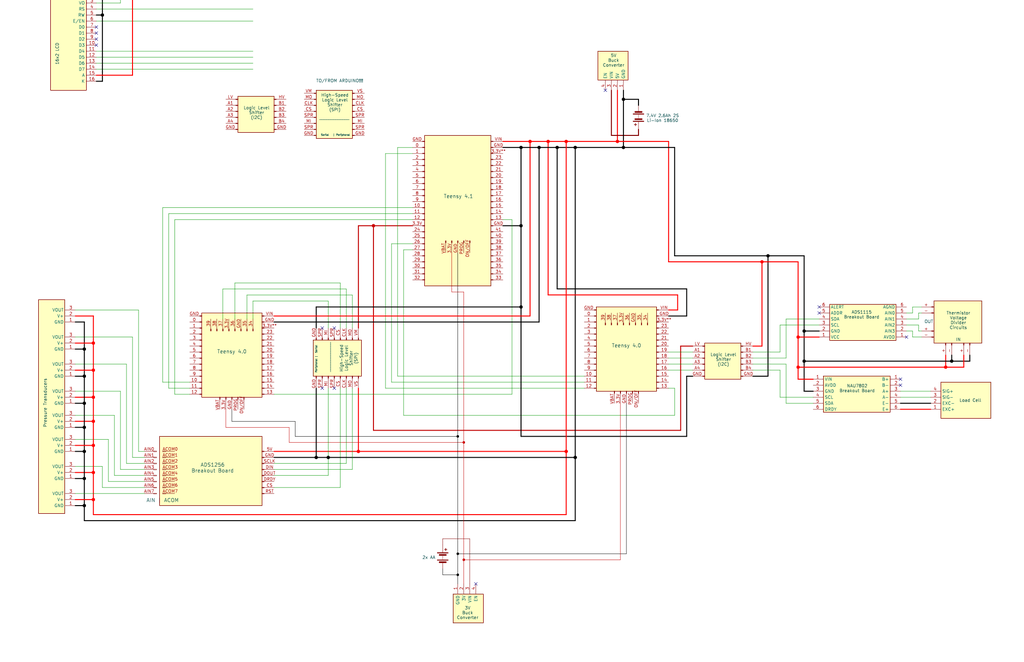
<source format=kicad_sch>
(kicad_sch (version 20231120) (generator "eeschema") (generator_version "8.0")
  (paper "USLedger")
  (junction (at 219.71 95.25) (diameter 1.27) (color 0 0 0 1))
  (junction (at 35.56 201.93) (diameter 1.27) (color 0 0 0 1))
  (junction (at 401.32 152.4) (diameter 1.27) (color 0 0 0 1))
  (junction (at 35.56 190.5) (diameter 1.27) (color 0 0 0 1))
  (junction (at 339.09 139.7) (diameter 1.27) (color 0 0 0 1))
  (junction (at 39.37 187.96) (diameter 1.27) (color 255 0 0 1))
  (junction (at 242.57 193.04) (diameter 1.27) (color 0 0 0 1))
  (junction (at 35.56 213.36) (diameter 1.27) (color 0 0 0 1))
  (junction (at 35.56 158.75) (diameter 1.27) (color 0 0 0 1))
  (junction (at 398.78 154.94) (diameter 1.27) (color 255 0 0 1))
  (junction (at 238.76 190.5) (diameter 1.27) (color 255 0 0 1))
  (junction (at 43.18 -6.35) (diameter 1.27) (color 0 0 0 1))
  (junction (at 157.48 95.25) (diameter 1.27) (color 194 0 0 1))
  (junction (at 260.35 59.69) (diameter 1.27) (color 255 0 0 1))
  (junction (at 43.18 -3.81) (diameter 1.27) (color 0 0 0 1))
  (junction (at 39.37 156.21) (diameter 1.27) (color 255 0 0 1))
  (junction (at 35.56 180.34) (diameter 1.27) (color 0 0 0 1))
  (junction (at 238.76 59.69) (diameter 1.27) (color 255 0 0 1))
  (junction (at 223.52 59.69) (diameter 1.27) (color 255 0 0 1))
  (junction (at 39.37 199.39) (diameter 1.27) (color 255 0 0 1))
  (junction (at 55.88 -1.27) (diameter 1.27) (color 255 0 0 1))
  (junction (at 133.35 193.04) (diameter 1.27) (color 0 0 0 1))
  (junction (at 39.37 210.82) (diameter 1.27) (color 255 0 0 1))
  (junction (at 242.57 62.23) (diameter 1.27) (color 0 0 0 1))
  (junction (at 336.55 154.94) (diameter 1.27) (color 255 0 0 1))
  (junction (at 336.55 142.24) (diameter 1.27) (color 255 0 0 1))
  (junction (at 193.04 242.57) (color 0 0 0 1))
  (junction (at 193.04 233.68) (color 0 0 0 1))
  (junction (at 43.18 6.35) (diameter 1.27) (color 0 0 0 1))
  (junction (at 323.85 107.95) (diameter 1.27) (color 0 0 0 1))
  (junction (at 55.88 -6.35) (diameter 1.27) (color 255 0 0 1))
  (junction (at 219.71 62.23) (diameter 1.27) (color 0 0 0 1))
  (junction (at 195.58 236.22) (color 194 0 0 1))
  (junction (at 339.09 152.4) (diameter 1.27) (color 0 0 0 1))
  (junction (at 138.43 193.04) (diameter 1.27) (color 0 0 0 1))
  (junction (at 227.33 62.23) (diameter 1.27) (color 0 0 0 1))
  (junction (at 231.14 59.69) (diameter 1.27) (color 255 0 0 1))
  (junction (at 321.31 110.49) (diameter 1.27) (color 255 0 0 1))
  (junction (at 39.37 177.8) (diameter 1.27) (color 255 0 0 1))
  (junction (at 39.37 144.78) (diameter 1.27) (color 255 0 0 1))
  (junction (at 151.13 190.5) (diameter 1.27) (color 255 0 0 1))
  (junction (at 262.89 62.23) (diameter 1.27) (color 0 0 0 1))
  (junction (at 35.56 170.18) (diameter 1.27) (color 0 0 0 1))
  (junction (at 219.71 129.54) (diameter 1.27) (color 0 0 0 1))
  (junction (at 35.56 147.32) (diameter 1.27) (color 0 0 0 1))
  (junction (at 195.58 186.69) (color 194 0 0 1))
  (junction (at 39.37 167.64) (diameter 1.27) (color 255 0 0 1))
  (junction (at 262.89 41.91) (diameter 1.27) (color 0 0 0 1))
  (junction (at 193.04 184.15) (color 0 0 0 1))
  (junction (at 234.95 62.23) (diameter 1.27) (color 0 0 0 1))
  (no_connect (at 382.27 142.24))
  (no_connect (at 345.44 129.54))
  (no_connect (at 40.64 19.05))
  (no_connect (at 345.44 132.08))
  (no_connect (at 135.89 138.43))
  (no_connect (at 40.64 13.97))
  (no_connect (at 140.97 138.43))
  (no_connect (at 379.73 162.56))
  (no_connect (at 140.97 163.83))
  (no_connect (at 379.73 160.02))
  (no_connect (at 200.66 246.38))
  (no_connect (at 40.64 11.43))
  (no_connect (at 40.64 16.51))
  (no_connect (at 255.27 38.1))
  (no_connect (at 135.89 163.83))
  (wire (pts (xy 223.52 59.69) (xy 231.14 59.69)) (stroke (width 0.4064) (color 255 0 0 1)))
  (wire (pts (xy 281.94 110.49) (xy 321.31 110.49)) (stroke (width 0.4064) (color 255 0 0 1)))
  (wire (pts (xy 186.69 227.33) (xy 186.69 229.87)) (stroke (width 0) (color 132 0 0 1)))
  (wire (pts (xy 328.93 137.16) (xy 328.93 148.59)))
  (wire (pts (xy 133.35 129.54) (xy 133.35 138.43)) (stroke (width 0.4064) (color 0 0 0 1)))
  (wire (pts (xy 387.35 137.16) (xy 382.27 137.16)))
  (wire (pts (xy 317.5 151.13) (xy 331.47 151.13)))
  (wire (pts (xy 133.35 163.83) (xy 133.35 193.04)) (stroke (width 0.4064) (color 0 0 0 1)))
  (wire (pts (xy 215.9 166.37) (xy 215.9 92.71)))
  (wire (pts (xy 99.06 119.38) (xy 99.06 134.62)))
  (wire (pts (xy 227.33 62.23) (xy 234.95 62.23)) (stroke (width 0.4064) (color 0 0 0 1)))
  (wire (pts (xy 31.75 158.75) (xy 35.56 158.75)) (stroke (width 0.4064) (color 0 0 0 1)))
  (wire (pts (xy 50.8 165.1) (xy 50.8 198.12)))
  (wire (pts (xy 336.55 160.02) (xy 342.9 160.02)) (stroke (width 0.4064) (color 255 0 0 1)))
  (wire (pts (xy 31.75 187.96) (xy 39.37 187.96)) (stroke (width 0.4064) (color 255 0 0 1)))
  (wire (pts (xy 31.75 185.42) (xy 45.72 185.42)))
  (wire (pts (xy 388.62 129.54) (xy 384.81 129.54)))
  (wire (pts (xy 339.09 165.1) (xy 342.9 165.1)) (stroke (width 0.4064) (color 0 0 0 1)))
  (wire (pts (xy 138.43 138.43) (xy 138.43 127)))
  (wire (pts (xy 231.14 59.69) (xy 231.14 124.46)) (stroke (width 0.4064) (color 255 0 0 1)))
  (wire (pts (xy 379.73 167.64) (xy 392.43 167.64)))
  (wire (pts (xy 339.09 139.7) (xy 339.09 152.4)) (stroke (width 0.4064) (color 0 0 0 1)))
  (wire (pts (xy 234.95 62.23) (xy 242.57 62.23)) (stroke (width 0.4064) (color 0 0 0 1)))
  (wire (pts (xy 323.85 107.95) (xy 339.09 107.95)) (stroke (width 0.4064) (color 0 0 0 1)))
  (wire (pts (xy 195.58 123.19) (xy 190.5 123.19)) (stroke (width 0) (color 194 0 0 1)))
  (wire (pts (xy 281.94 59.69) (xy 281.94 110.49)) (stroke (width 0.4064) (color 255 0 0 1)))
  (wire (pts (xy 231.14 59.69) (xy 238.76 59.69)) (stroke (width 0.4064) (color 255 0 0 1)))
  (wire (pts (xy 262.89 41.91) (xy 262.89 62.23)) (stroke (width 0.4064) (color 0 0 0 1)))
  (wire (pts (xy 68.58 87.63) (xy 173.99 87.63)))
  (wire (pts (xy 115.57 200.66) (xy 138.43 200.66)))
  (wire (pts (xy 35.56 213.36) (xy 35.56 201.93)) (stroke (width 0.4064) (color 0 0 0 1)))
  (wire (pts (xy 212.09 59.69) (xy 223.52 59.69)) (stroke (width 0.4064) (color 255 0 0 1)))
  (wire (pts (xy 40.64 -1.27) (xy 55.88 -1.27)) (stroke (width 0.4064) (color 255 0 0 1)))
  (wire (pts (xy 124.46 184.15) (xy 124.46 177.8)) (stroke (width 0) (color 0 0 0 1)))
  (wire (pts (xy 31.75 167.64) (xy 39.37 167.64)) (stroke (width 0.4064) (color 255 0 0 1)))
  (wire (pts (xy 198.12 227.33) (xy 198.12 246.38)) (stroke (width 0) (color 132 0 0 1)))
  (wire (pts (xy 379.73 165.1) (xy 392.43 165.1)))
  (wire (pts (xy 148.59 198.12) (xy 148.59 163.83)))
  (wire (pts (xy 115.57 195.58) (xy 146.05 195.58)))
  (wire (pts (xy 39.37 133.35) (xy 31.75 133.35)) (stroke (width 0.4064) (color 255 0 0 1)))
  (wire (pts (xy 35.56 180.34) (xy 35.56 170.18)) (stroke (width 0.4064) (color 0 0 0 1)))
  (wire (pts (xy 242.57 62.23) (xy 262.89 62.23)) (stroke (width 0.4064) (color 0 0 0 1)))
  (wire (pts (xy 31.75 210.82) (xy 39.37 210.82)) (stroke (width 0.4064) (color 255 0 0 1)))
  (wire (pts (xy 323.85 158.75) (xy 317.5 158.75)) (stroke (width 0.4064) (color 0 0 0 1)))
  (wire (pts (xy 31.75 175.26) (xy 48.26 175.26)))
  (wire (pts (xy 328.93 167.64) (xy 328.93 156.21)))
  (wire (pts (xy 195.58 236.22) (xy 195.58 186.69)) (stroke (width 0) (color 194 0 0 1)))
  (wire (pts (xy 242.57 62.23) (xy 242.57 193.04)) (stroke (width 0.4064) (color 0 0 0 1)))
  (wire (pts (xy 246.38 163.83) (xy 162.56 163.83)))
  (wire (pts (xy 289.56 158.75) (xy 292.1 158.75)) (stroke (width 0.4064) (color 0 0 0 1)))
  (wire (pts (xy 31.75 165.1) (xy 50.8 165.1)))
  (wire (pts (xy 345.44 137.16) (xy 328.93 137.16)))
  (wire (pts (xy 219.71 129.54) (xy 219.71 184.15)) (stroke (width 0.4064) (color 0 0 0 1)))
  (wire (pts (xy 242.57 193.04) (xy 242.57 219.71)) (stroke (width 0.4064) (color 0 0 0 1)))
  (wire (pts (xy 40.64 8.89) (xy 106.68 8.89)))
  (wire (pts (xy 157.48 95.25) (xy 157.48 181.61)) (stroke (width 0.4064) (color 194 0 0 1)))
  (wire (pts (xy 35.56 190.5) (xy 35.56 180.34)) (stroke (width 0.4064) (color 0 0 0 1)))
  (wire (pts (xy 31.75 190.5) (xy 35.56 190.5)) (stroke (width 0.4064) (color 0 0 0 1)))
  (wire (pts (xy 193.04 242.57) (xy 186.69 242.57)) (stroke (width 0) (color 0 0 0 1)))
  (wire (pts (xy 40.64 1.27) (xy 50.8 1.27)))
  (wire (pts (xy 336.55 154.94) (xy 398.78 154.94)) (stroke (width 0.4064) (color 255 0 0 1)))
  (wire (pts (xy 388.62 142.24) (xy 384.81 142.24)))
  (wire (pts (xy 336.55 142.24) (xy 345.44 142.24)) (stroke (width 0.4064) (color 255 0 0 1)))
  (wire (pts (xy 170.18 175.26) (xy 170.18 105.41)))
  (wire (pts (xy 339.09 107.95) (xy 339.09 139.7)) (stroke (width 0.4064) (color 0 0 0 1)))
  (wire (pts (xy 287.02 181.61) (xy 287.02 146.05)) (stroke (width 0.4064) (color 194 0 0 1)))
  (wire (pts (xy 257.81 57.15) (xy 257.81 38.1)) (stroke (width 0.4064) (color 132 0 0 1)))
  (wire (pts (xy 193.04 184.15) (xy 124.46 184.15)) (stroke (width 0) (color 0 0 0 1)))
  (wire (pts (xy 193.04 246.38) (xy 193.04 242.57)) (stroke (width 0) (color 0 0 0 1)))
  (wire (pts (xy 35.56 135.89) (xy 31.75 135.89)) (stroke (width 0.4064) (color 0 0 0 1)))
  (wire (pts (xy 269.24 41.91) (xy 269.24 44.45)) (stroke (width 0.4064) (color 0 0 0 1)))
  (wire (pts (xy 39.37 199.39) (xy 39.37 187.96)) (stroke (width 0.4064) (color 255 0 0 1)))
  (wire (pts (xy 195.58 186.69) (xy 121.92 186.69)) (stroke (width 0) (color 194 0 0 1)))
  (wire (pts (xy 39.37 167.64) (xy 39.37 156.21)) (stroke (width 0.4064) (color 255 0 0 1)))
  (wire (pts (xy 40.64 24.13) (xy 106.68 24.13)))
  (wire (pts (xy 384.81 132.08) (xy 382.27 132.08)))
  (wire (pts (xy 99.06 119.38) (xy 143.51 119.38)))
  (wire (pts (xy 40.64 26.67) (xy 106.68 26.67)))
  (wire (pts (xy 284.48 62.23) (xy 284.48 107.95)) (stroke (width 0.4064) (color 0 0 0 1)))
  (wire (pts (xy 55.88 31.75) (xy 55.88 -1.27)) (stroke (width 0.4064) (color 255 0 0 1)))
  (wire (pts (xy 289.56 184.15) (xy 289.56 158.75)) (stroke (width 0.4064) (color 0 0 0 1)))
  (wire (pts (xy 281.94 151.13) (xy 292.1 151.13)))
  (wire (pts (xy 97.79 177.8) (xy 97.79 172.72)) (stroke (width 0) (color 0 0 0 1)))
  (wire (pts (xy 165.1 161.29) (xy 165.1 102.87)))
  (wire (pts (xy 55.88 193.04) (xy 60.96 193.04)))
  (wire (pts (xy 31.75 147.32) (xy 35.56 147.32)) (stroke (width 0.4064) (color 0 0 0 1)))
  (wire (pts (xy 219.71 62.23) (xy 227.33 62.23)) (stroke (width 0.4064) (color 0 0 0 1)))
  (wire (pts (xy 284.48 62.23) (xy 262.89 62.23)) (stroke (width 0.4064) (color 0 0 0 1)))
  (wire (pts (xy 71.12 163.83) (xy 71.12 90.17)))
  (wire (pts (xy 186.69 242.57) (xy 186.69 240.03)) (stroke (width 0) (color 0 0 0 1)))
  (wire (pts (xy 148.59 124.46) (xy 148.59 138.43)))
  (wire (pts (xy 40.64 29.21) (xy 106.68 29.21)))
  (wire (pts (xy 121.92 186.69) (xy 121.92 180.34)) (stroke (width 0) (color 194 0 0 1)))
  (wire (pts (xy 35.56 219.71) (xy 35.56 213.36)) (stroke (width 0.4064) (color 0 0 0 1)))
  (wire (pts (xy 281.94 163.83) (xy 284.48 163.83)))
  (wire (pts (xy 39.37 156.21) (xy 39.37 144.78)) (stroke (width 0.4064) (color 255 0 0 1)))
  (wire (pts (xy 285.75 130.81) (xy 281.94 130.81)) (stroke (width 0.4064) (color 255 0 0 1)))
  (wire (pts (xy 31.75 153.67) (xy 53.34 153.67)))
  (wire (pts (xy 31.75 170.18) (xy 35.56 170.18)) (stroke (width 0.4064) (color 0 0 0 1)))
  (wire (pts (xy 80.01 161.29) (xy 68.58 161.29)))
  (wire (pts (xy 95.25 180.34) (xy 95.25 172.72)) (stroke (width 0) (color 194 0 0 1)))
  (wire (pts (xy 43.18 34.29) (xy 43.18 6.35)) (stroke (width 0.4064) (color 0 0 0 1)))
  (wire (pts (xy 398.78 154.94) (xy 406.4 154.94)) (stroke (width 0.4064) (color 255 0 0 1)))
  (wire (pts (xy 55.88 142.24) (xy 55.88 193.04)))
  (wire (pts (xy 246.38 161.29) (xy 165.1 161.29)))
  (wire (pts (xy 162.56 64.77) (xy 173.99 64.77)))
  (wire (pts (xy 151.13 190.5) (xy 115.57 190.5)) (stroke (width 0.4064) (color 255 0 0 1)))
  (wire (pts (xy 170.18 105.41) (xy 173.99 105.41)))
  (wire (pts (xy 262.89 41.91) (xy 269.24 41.91)) (stroke (width 0.4064) (color 0 0 0 1)))
  (wire (pts (xy 43.18 6.35) (xy 43.18 -3.81)) (stroke (width 0.4064) (color 0 0 0 1)))
  (wire (pts (xy 55.88 -45.72) (xy 55.88 -6.35)) (stroke (width 0.4064) (color 255 0 0 1)))
  (wire (pts (xy 321.31 146.05) (xy 317.5 146.05)) (stroke (width 0.4064) (color 255 0 0 1)))
  (wire (pts (xy 43.18 205.74) (xy 60.96 205.74)))
  (wire (pts (xy 151.13 95.25) (xy 157.48 95.25)) (stroke (width 0.4064) (color 194 0 0 1)))
  (wire (pts (xy 53.34 195.58) (xy 60.96 195.58)))
  (wire (pts (xy 40.64 21.59) (xy 106.68 21.59)))
  (wire (pts (xy 40.64 -3.81) (xy 43.18 -3.81)) (stroke (width 0.4064) (color 0 0 0 1)))
  (wire (pts (xy 80.01 166.37) (xy 73.66 166.37)))
  (wire (pts (xy 342.9 167.64) (xy 328.93 167.64)))
  (wire (pts (xy 138.43 193.04) (xy 242.57 193.04)) (stroke (width 0.4064) (color 0 0 0 1)))
  (wire (pts (xy 121.92 180.34) (xy 95.25 180.34)) (stroke (width 0) (color 194 0 0 1)))
  (wire (pts (xy 68.58 161.29) (xy 68.58 87.63)))
  (wire (pts (xy 31.75 201.93) (xy 35.56 201.93)) (stroke (width 0.4064) (color 0 0 0 1)))
  (wire (pts (xy 398.78 149.86) (xy 398.78 154.94)) (stroke (width 0.4064) (color 255 0 0 1)))
  (wire (pts (xy 336.55 154.94) (xy 336.55 160.02)) (stroke (width 0.4064) (color 255 0 0 1)))
  (wire (pts (xy 193.04 242.57) (xy 193.04 233.68)) (stroke (width 0) (color 0 0 0 1)))
  (wire (pts (xy 234.95 62.23) (xy 234.95 121.92)) (stroke (width 0.4064) (color 0 0 0 1)))
  (wire (pts (xy 246.38 158.75) (xy 167.64 158.75)))
  (wire (pts (xy 31.75 196.85) (xy 43.18 196.85)))
  (wire (pts (xy 40.64 3.81) (xy 106.68 3.81)))
  (wire (pts (xy 43.18 -48.26) (xy 43.18 -6.35)) (stroke (width 0.4064) (color 0 0 0 1)))
  (wire (pts (xy 39.37 217.17) (xy 39.37 210.82)) (stroke (width 0.4064) (color 255 0 0 1)))
  (wire (pts (xy 31.75 180.34) (xy 35.56 180.34)) (stroke (width 0.4064) (color 0 0 0 1)))
  (wire (pts (xy 379.73 170.18) (xy 392.43 170.18)) (stroke (width 0.4064) (color 0 0 0 1)))
  (wire (pts (xy 219.71 62.23) (xy 219.71 95.25)) (stroke (width 0.4064) (color 0 0 0 1)))
  (wire (pts (xy 43.18 -3.81) (xy 43.18 -6.35)) (stroke (width 0.4064) (color 0 0 0 1)))
  (wire (pts (xy 43.18 34.29) (xy 40.64 34.29)) (stroke (width 0.4064) (color 0 0 0 1)))
  (wire (pts (xy 238.76 190.5) (xy 238.76 217.17)) (stroke (width 0.4064) (color 255 0 0 1)))
  (wire (pts (xy 31.75 156.21) (xy 39.37 156.21)) (stroke (width 0.4064) (color 255 0 0 1)))
  (wire (pts (xy 162.56 163.83) (xy 162.56 64.77)))
  (wire (pts (xy 219.71 95.25) (xy 219.71 129.54)) (stroke (width 0.4064) (color 0 0 0 1)))
  (wire (pts (xy 317.5 148.59) (xy 328.93 148.59)))
  (wire (pts (xy 384.81 139.7) (xy 382.27 139.7)))
  (wire (pts (xy 165.1 102.87) (xy 173.99 102.87)))
  (wire (pts (xy 93.98 121.92) (xy 93.98 134.62)))
  (wire (pts (xy 39.37 210.82) (xy 39.37 199.39)) (stroke (width 0.4064) (color 255 0 0 1)))
  (wire (pts (xy 115.57 193.04) (xy 133.35 193.04)) (stroke (width 0.4064) (color 0 0 0 1)))
  (wire (pts (xy 269.24 57.15) (xy 269.24 54.61)) (stroke (width 0.4064) (color 132 0 0 1)))
  (wire (pts (xy 323.85 107.95) (xy 323.85 158.75)) (stroke (width 0.4064) (color 0 0 0 1)))
  (wire (pts (xy 238.76 217.17) (xy 39.37 217.17)) (stroke (width 0.4064) (color 255 0 0 1)))
  (wire (pts (xy 151.13 95.25) (xy 151.13 138.43)) (stroke (width 0.4064) (color 194 0 0 1)))
  (wire (pts (xy 55.88 -1.27) (xy 55.88 -6.35)) (stroke (width 0.4064) (color 255 0 0 1)))
  (wire (pts (xy 289.56 121.92) (xy 289.56 133.35)) (stroke (width 0.4064) (color 0 0 0 1)))
  (wire (pts (xy 115.57 198.12) (xy 148.59 198.12)))
  (wire (pts (xy 167.64 62.23) (xy 173.99 62.23)))
  (wire (pts (xy 285.75 124.46) (xy 285.75 130.81)) (stroke (width 0.4064) (color 255 0 0 1)))
  (wire (pts (xy 195.58 186.69) (xy 195.58 123.19)) (stroke (width 0) (color 194 0 0 1)))
  (wire (pts (xy 71.12 90.17) (xy 173.99 90.17)))
  (wire (pts (xy 167.64 158.75) (xy 167.64 62.23)))
  (wire (pts (xy 143.51 119.38) (xy 143.51 138.43)))
  (wire (pts (xy 31.75 177.8) (xy 39.37 177.8)) (stroke (width 0.4064) (color 255 0 0 1)))
  (wire (pts (xy 73.66 92.71) (xy 173.99 92.71)))
  (wire (pts (xy 133.35 193.04) (xy 138.43 193.04)) (stroke (width 0.4064) (color 0 0 0 1)))
  (wire (pts (xy 284.48 175.26) (xy 170.18 175.26)))
  (wire (pts (xy 195.58 236.22) (xy 261.62 236.22)) (stroke (width 0) (color 194 0 0 1)))
  (wire (pts (xy 104.14 124.46) (xy 104.14 134.62)))
  (wire (pts (xy 106.68 127) (xy 138.43 127)))
  (wire (pts (xy 193.04 233.68) (xy 264.16 233.68)) (stroke (width 0) (color 0 0 0 1)))
  (wire (pts (xy 58.42 130.81) (xy 58.42 190.5)))
  (wire (pts (xy 45.72 185.42) (xy 45.72 203.2)))
  (wire (pts (xy 317.5 156.21) (xy 328.93 156.21)))
  (wire (pts (xy 53.34 153.67) (xy 53.34 195.58)))
  (wire (pts (xy 50.8 198.12) (xy 60.96 198.12)))
  (wire (pts (xy 115.57 166.37) (xy 215.9 166.37)))
  (wire (pts (xy 48.26 200.66) (xy 60.96 200.66)))
  (wire (pts (xy 342.9 170.18) (xy 331.47 170.18)))
  (wire (pts (xy 289.56 133.35) (xy 281.94 133.35)) (stroke (width 0.4064) (color 0 0 0 1)))
  (wire (pts (xy 39.37 187.96) (xy 39.37 177.8)) (stroke (width 0.4064) (color 255 0 0 1)))
  (wire (pts (xy 379.73 172.72) (xy 392.43 172.72)) (stroke (width 0.4064) (color 255 0 0 1)))
  (wire (pts (xy 43.18 -6.35) (xy 46.99 -6.35)) (stroke (width 0.254) (color 0 0 0 1)))
  (wire (pts (xy 281.94 156.21) (xy 292.1 156.21)))
  (wire (pts (xy 401.32 149.86) (xy 401.32 152.4)) (stroke (width 0.4064) (color 0 0 0 1)))
  (wire (pts (xy 195.58 246.38) (xy 195.58 236.22)) (stroke (width 0) (color 194 0 0 1)))
  (wire (pts (xy 238.76 59.69) (xy 260.35 59.69)) (stroke (width 0.4064) (color 255 0 0 1)))
  (wire (pts (xy 151.13 163.83) (xy 151.13 190.5)) (stroke (width 0.4064) (color 255 0 0 1)))
  (wire (pts (xy 193.04 106.68) (xy 193.04 184.15)) (stroke (width 0) (color 0 0 0 1)))
  (wire (pts (xy 146.05 195.58) (xy 146.05 163.83)))
  (wire (pts (xy 115.57 205.74) (xy 143.51 205.74)))
  (wire (pts (xy 50.8 1.27) (xy 50.8 -2.54)))
  (wire (pts (xy 387.35 139.7) (xy 387.35 137.16)))
  (wire (pts (xy 262.89 38.1) (xy 262.89 41.91)) (stroke (width 0.4064) (color 0 0 0 1)))
  (wire (pts (xy 73.66 166.37) (xy 73.66 92.71)))
  (wire (pts (xy 339.09 139.7) (xy 345.44 139.7)) (stroke (width 0.4064) (color 0 0 0 1)))
  (wire (pts (xy 336.55 110.49) (xy 336.55 142.24)) (stroke (width 0.4064) (color 255 0 0 1)))
  (wire (pts (xy 231.14 124.46) (xy 285.75 124.46)) (stroke (width 0.4064) (color 255 0 0 1)))
  (wire (pts (xy 321.31 110.49) (xy 336.55 110.49)) (stroke (width 0.4064) (color 255 0 0 1)))
  (wire (pts (xy 257.81 57.15) (xy 269.24 57.15)) (stroke (width 0.4064) (color 132 0 0 1)))
  (wire (pts (xy 281.94 59.69) (xy 260.35 59.69)) (stroke (width 0.4064) (color 255 0 0 1)))
  (wire (pts (xy 80.01 163.83) (xy 71.12 163.83)))
  (wire (pts (xy 93.98 121.92) (xy 146.05 121.92)))
  (wire (pts (xy 106.68 127) (xy 106.68 134.62)))
  (wire (pts (xy 384.81 129.54) (xy 384.81 132.08)))
  (wire (pts (xy 264.16 233.68) (xy 264.16 170.18)) (stroke (width 0) (color 0 0 0 1)))
  (wire (pts (xy 384.81 142.24) (xy 384.81 139.7)))
  (wire (pts (xy 287.02 146.05) (xy 292.1 146.05)) (stroke (width 0.4064) (color 194 0 0 1)))
  (wire (pts (xy 281.94 148.59) (xy 292.1 148.59)))
  (wire (pts (xy 227.33 135.89) (xy 115.57 135.89)) (stroke (width 0.4064) (color 0 0 0 1)))
  (wire (pts (xy 284.48 163.83) (xy 284.48 175.26)))
  (wire (pts (xy 215.9 92.71) (xy 212.09 92.71)))
  (wire (pts (xy 31.75 208.28) (xy 60.96 208.28)))
  (wire (pts (xy 242.57 219.71) (xy 35.56 219.71)) (stroke (width 0.4064) (color 0 0 0 1)))
  (wire (pts (xy 387.35 132.08) (xy 387.35 134.62)))
  (wire (pts (xy 345.44 134.62) (xy 331.47 134.62)))
  (wire (pts (xy 193.04 233.68) (xy 193.04 184.15)) (stroke (width 0) (color 0 0 0 1)))
  (wire (pts (xy 260.35 59.69) (xy 260.35 38.1)) (stroke (width 0.4064) (color 255 0 0 1)))
  (wire (pts (xy 104.14 124.46) (xy 148.59 124.46)))
  (wire (pts (xy 284.48 107.95) (xy 323.85 107.95)) (stroke (width 0.4064) (color 0 0 0 1)))
  (wire (pts (xy 408.94 152.4) (xy 408.94 149.86)) (stroke (width 0.4064) (color 0 0 0 1)))
  (wire (pts (xy 331.47 134.62) (xy 331.47 151.13)))
  (wire (pts (xy 227.33 62.23) (xy 227.33 135.89)) (stroke (width 0.4064) (color 0 0 0 1)))
  (wire (pts (xy 138.43 200.66) (xy 138.43 193.04)))
  (wire (pts (xy 234.95 121.92) (xy 289.56 121.92)) (stroke (width 0.4064) (color 0 0 0 1)))
  (wire (pts (xy 198.12 227.33) (xy 186.69 227.33)) (stroke (width 0) (color 132 0 0 1)))
  (wire (pts (xy 281.94 153.67) (xy 292.1 153.67)))
  (wire (pts (xy 388.62 139.7) (xy 387.35 139.7)))
  (wire (pts (xy 58.42 190.5) (xy 60.96 190.5)))
  (wire (pts (xy 43.18 196.85) (xy 43.18 205.74)))
  (wire (pts (xy 401.32 152.4) (xy 408.94 152.4)) (stroke (width 0.4064) (color 0 0 0 1)))
  (wire (pts (xy 387.35 134.62) (xy 382.27 134.62)))
  (wire (pts (xy 157.48 95.25) (xy 173.99 95.25)) (stroke (width 0.4064) (color 194 0 0 1)))
  (wire (pts (xy 31.75 213.36) (xy 35.56 213.36)) (stroke (width 0.4064) (color 0 0 0 1)))
  (wire (pts (xy 223.52 133.35) (xy 115.57 133.35)) (stroke (width 0.4064) (color 255 0 0 1)))
  (wire (pts (xy 212.09 62.23) (xy 219.71 62.23)) (stroke (width 0.4064) (color 0 0 0 1)))
  (wire (pts (xy 317.5 153.67) (xy 331.47 153.67)))
  (wire (pts (xy 31.75 199.39) (xy 39.37 199.39)) (stroke (width 0.4064) (color 255 0 0 1)))
  (wire (pts (xy 55.88 -6.35) (xy 54.61 -6.35)) (stroke (width 0.4064) (color 255 0 0 1)))
  (wire (pts (xy 339.09 152.4) (xy 339.09 165.1)) (stroke (width 0.4064) (color 0 0 0 1)))
  (wire (pts (xy 146.05 121.92) (xy 146.05 138.43)))
  (wire (pts (xy 212.09 95.25) (xy 219.71 95.25)) (stroke (width 0.4064) (color 0 0 0 1)))
  (wire (pts (xy 238.76 59.69) (xy 238.76 190.5)) (stroke (width 0.4064) (color 255 0 0 1)))
  (wire (pts (xy 336.55 142.24) (xy 336.55 154.94)) (stroke (width 0.4064) (color 255 0 0 1)))
  (wire (pts (xy 339.09 152.4) (xy 401.32 152.4)) (stroke (width 0.4064) (color 0 0 0 1)))
  (wire (pts (xy 35.56 201.93) (xy 35.56 190.5)) (stroke (width 0.4064) (color 0 0 0 1)))
  (wire (pts (xy 138.43 193.04) (xy 138.43 163.83)))
  (wire (pts (xy 261.62 236.22) (xy 261.62 170.18)) (stroke (width 0) (color 194 0 0 1)))
  (wire (pts (xy 124.46 177.8) (xy 97.79 177.8)) (stroke (width 0) (color 0 0 0 1)))
  (wire (pts (xy 39.37 177.8) (xy 39.37 167.64)) (stroke (width 0.4064) (color 255 0 0 1)))
  (wire (pts (xy 190.5 123.19) (xy 190.5 106.68)) (stroke (width 0) (color 194 0 0 1)))
  (wire (pts (xy 35.56 158.75) (xy 35.56 147.32)) (stroke (width 0.4064) (color 0 0 0 1)))
  (wire (pts (xy 35.56 170.18) (xy 35.56 158.75)) (stroke (width 0.4064) (color 0 0 0 1)))
  (wire (pts (xy 406.4 154.94) (xy 406.4 149.86)) (stroke (width 0.4064) (color 255 0 0 1)))
  (wire (pts (xy 40.64 6.35) (xy 43.18 6.35)) (stroke (width 0.4064) (color 0 0 0 1)))
  (wire (pts (xy 48.26 175.26) (xy 48.26 200.66)))
  (wire (pts (xy 143.51 205.74) (xy 143.51 163.83)))
  (wire (pts (xy 31.75 142.24) (xy 55.88 142.24)))
  (wire (pts (xy 331.47 170.18) (xy 331.47 153.67)))
  (wire (pts (xy 31.75 130.81) (xy 58.42 130.81)))
  (wire (pts (xy 39.37 144.78) (xy 39.37 133.35)) (stroke (width 0.4064) (color 255 0 0 1)))
  (wire (pts (xy 35.56 147.32) (xy 35.56 135.89)) (stroke (width 0.4064) (color 0 0 0 1)))
  (wire (pts (xy 40.64 31.75) (xy 55.88 31.75)) (stroke (width 0.4064) (color 255 0 0 1)))
  (wire (pts (xy 388.62 132.08) (xy 387.35 132.08)))
  (wire (pts (xy 223.52 59.69) (xy 223.52 133.35)) (stroke (width 0.4064) (color 255 0 0 1)))
  (wire (pts (xy 321.31 110.49) (xy 321.31 146.05)) (stroke (width 0.4064) (color 255 0 0 1)))
  (wire (pts (xy 31.75 144.78) (xy 39.37 144.78)) (stroke (width 0.4064) (color 255 0 0 1)))
  (wire (pts (xy 157.48 181.61) (xy 287.02 181.61)) (stroke (width 0.4064) (color 194 0 0 1)))
  (wire (pts (xy 45.72 203.2) (xy 60.96 203.2)))
  (wire (pts (xy 219.71 129.54) (xy 133.35 129.54)) (stroke (width 0.4064) (color 0 0 0 1)))
  (wire (pts (xy 151.13 190.5) (xy 238.76 190.5)) (stroke (width 0.4064) (color 255 0 0 1)))
  (wire (pts (xy 219.71 184.15) (xy 289.56 184.15)) (stroke (width 0.4064) (color 0 0 0 1)))
  (rectangle (start 393.8541 127) (end 414.02 144.78) (stroke (width 0.254) (color 132 0 0 1)) (fill (type color) (color 255 255 194 1)))
  (rectangle (start 349.8882 128.4253) (end 377.8282 143.6653) (stroke (width 0.254) (color 132 0 0 1)) (fill (type color) (color 255 255 194 1)))
  (rectangle (start 191.0913 250.702) (end 203.7913 262.8671) (stroke (width 0.254) (color 132 0 0 1)) (fill (type color) (color 255 255 194 1)))
  (rectangle (start 297.18 144.78) (end 312.42 160.02) (stroke (width 0.254) (color 132 0 0 1)) (fill (type color) (color 255 255 194 1)))
  (rectangle (start 16.256 216.7001) (end 27.3176 126.492) (stroke (width 0.254) (color 132 0 0 1)) (fill (type color) (color 255 255 194 1)))
  (rectangle (start 375.3513 173.96) (end 347.2068 158.72) (stroke (width 0.254) (color 132 0 0 1)) (fill (type color) (color 255 255 194 1)))
  (rectangle (start 251.46 129.54) (end 276.86 165.1) (stroke (width 0.254) (color 132 0 0 1)) (fill (type color) (color 255 255 194 1)))
  (rectangle (start 100.33 40.64) (end 115.57 55.88) (stroke (width 0.254) (color 132 0 0 1)) (fill (type color) (color 255 255 194 1)))
  (rectangle (start 85.09 132.08) (end 110.49 167.64) (stroke (width 0.254) (color 132 0 0 1)) (fill (type color) (color 255 255 194 1)))
  (rectangle (start 396.7749 161.29) (end 417.83 176.53) (stroke (width 0.254) (color 132 0 0 1)) (fill (type color) (color 255 255 194 1)))
  (rectangle (start 21.336 -7.62) (end 36.4042 38.1) (stroke (width 0.254) (color 132 0 0 1)) (fill (type color) (color 255 255 194 1)))
  (rectangle (start 252.1387 21.6129) (end 264.8387 33.778) (stroke (width 0.254) (color 132 0 0 1)) (fill (type color) (color 255 255 194 1)))
  (rectangle (start 152.4 143.51) (end 132.08 158.75) (stroke (width 0.254) (color 132 0 0 1)) (fill (type color) (color 255 255 194 1)))
  (rectangle (start 67.31 184.15) (end 110.49 213.36) (stroke (width 0.254) (color 132 0 0 1)) (fill (type color) (color 255 255 194 1)))
  (rectangle (start 179.07 57.15) (end 207.01 120.65) (stroke (width 0.254) (color 132 0 0 1)) (fill (type color) (color 255 255 194 1)))
  (rectangle (start 133.35 38.1) (end 148.59 58.42) (stroke (width 0.254) (color 132 0 0 1)) (fill (type color) (color 255 255 194 1)))
  (text "2x AA" (at 180.848 235.458 0) (effects (font (size 1.27 1.27))))
  (text "AIN | ACOM" (at 68.58 211.328 0) (effects (font (size 1.524 1.524))))
  (text "Serial   | Peripheral" (at 141.478 57.15 0) (effects (font (size 0.762 0.762))))
  (text "Logic Level\nShifter\n(I2C)" (at 108.204 47.752 0) (effects (font (size 1.27 1.27))))
  (text "High-Speed\nLogic Level\nShifter\n(SPI)" (at 147.066 151.384 90) (effects (font (size 1.27 1.27))))
  (text "Peripheral |  Serial" (at 133.35 151.638 90) (effects (font (size 0.762 0.762))))
  (text "Load Cell" (at 409.194 169.164 0) (effects (font (size 1.27 1.27))))
  (text "7.4V 2.6Ah 2S\nLi-Ion 18650" (at 279.4 50.038 0) (effects (font (size 1.27 1.27))))
  (text "Teensy 4.0" (at 264.16 146.05 0) (effects (font (size 1.524 1.524))))
  (text "OUT" (at 391.668 135.89 0) (effects (font (size 1.27 1.27))))
  (text "Pressure Transducers" (at 19.05 170.18 90) (effects (font (size 1.27 1.27))))
  (text "ADS1115\nBreakout Board" (at 363.339 132.9673 0) (effects (font (size 1.27 1.27))))
  (text "High-Speed\nLogic Level\nShifter\n(SPI)" (at 141.224 43.434 0) (effects (font (size 1.27 1.27))))
  (text "Logic Level\nShifter\n(I2C)" (at 305.054 151.892 0) (effects (font (size 1.27 1.27))))
  (text "_____________" (at 140.97 50.038 0) (effects (font (size 1.27 1.27))))
  (text "16x2 LCD" (at 24.13 22.86 90) (effects (font (size 1.27 1.27))))
  (text "IN" (at 404.114 143.51 0) (effects (font (size 1.27 1.27))))
  (text "5V\nBuck\nConverter" (at 258.7427 25.6769 0) (effects (font (size 1.27 1.27))))
  (text "ADS1256\nBreakout Board" (at 89.662 197.612 0) (effects (font (size 1.524 1.524))))
  (text "_____________" (at 138.684 150.876 90) (effects (font (size 1.27 1.27))))
  (text "Teensy 4.1" (at 193.294 83.058 0) (effects (font (size 1.524 1.524))))
  (text "NAU7802\nBreakout Board" (at 361.442 164.084 0) (effects (font (size 1.27 1.27))))
  (text "Teensy 4.0" (at 97.79 148.59 0) (effects (font (size 1.524 1.524))))
  (text "Thermistor\nVoltage\nDivider\nCircuits" (at 404.114 135.382 0) (effects (font (size 1.27 1.27))))
  (text "3V\nBuck\nConverter" (at 197.1873 258.8031 0) (effects (font (size 1.27 1.27))))
  (text "TO/FROM ARDUINO!!!" (at 143.256 34.29 0) (effects (font (size 1.27 1.27))))
  (symbol (lib_id "Connector:Conn_01x06_Pin") (at 115.57 46.99 0) (unit 1)
    (property "Reference" "J39" (effects (hide yes)))
    (property "Value" "Conn_01x06_Pin" (effects (hide yes)))
    (property "Description" "Generic connector, single row, 01x06, script generated" (effects (hide yes)))
  )
  (symbol (lib_name "Conn_01x06_Pin_3") (lib_id "Connector:Conn_01x06_Pin") (at 347.98 165.1 0) (mirror y) (unit 1)
    (property "Reference" "J27" (effects (hide yes)))
    (property "Value" "Conn_01x06_Pin" (effects (hide yes)))
    (property "Description" "Generic connector, single row, 01x06, script generated" (effects (hide yes)))
  )
  (symbol (lib_name "Conn_01x06_Pin_2") (lib_id "Connector:Conn_01x06_Pin") (at 350.52 137.16 180) (unit 1)
    (property "Reference" "J14" (effects (hide yes)))
    (property "Value" "Conn_01x06_Pin" (effects (hide yes)))
    (property "Description" "Generic connector, single row, 01x06, script generated" (effects (hide yes)))
  )
  (symbol (lib_name "Conn_01x04_Pin_1") (lib_id "Connector:Conn_01x04_Pin") (at 260.35 33.02 270) (unit 1)
    (property "Reference" "J15" (effects (hide yes)))
    (property "Value" "Conn_01x04_Pin" (effects (hide yes)))
    (property "Description" "Generic connector, single row, 01x04, script generated" (effects (hide yes)))
  )
  (symbol (lib_name "Conn_01x08_Pin_2") (lib_id "Connector:Conn_01x08_Pin") (at 143.51 158.75 270) (unit 1)
    (property "Reference" "J34" (effects (hide yes)))
    (property "Value" "Conn_01x08_Pin" (effects (hide yes)))
    (property "Description" "Generic connector, single row, 01x08, script generated" (effects (hide yes)))
  )
  (symbol (lib_name "Conn_01x08_Pin_3") (lib_id "Connector:Conn_01x08_Pin") (at 140.97 143.51 90) (unit 1)
    (property "Reference" "J35" (effects (hide yes)))
    (property "Value" "Conn_01x08_Pin" (effects (hide yes)))
    (property "Description" "Generic connector, single row, 01x08, script generated" (effects (hide yes)))
  )
  (symbol (lib_name "Conn_01x06_Pin_4") (lib_id "Connector:Conn_01x06_Pin") (at 374.65 165.1 0) (unit 1)
    (property "Reference" "J26" (effects (hide yes)))
    (property "Value" "Conn_01x06_Pin" (effects (hide yes)))
    (property "Description" "Generic connector, single row, 01x06, script generated" (effects (hide yes)))
  )
  (symbol (lib_id "Connector:Conn_01x14_Pin") (at 276.86 146.05 0) (unit 1)
    (property "Reference" "J10" (effects (hide yes)))
    (property "Value" "Conn_01x14_Pin" (effects (hide yes)))
    (property "Description" "Generic connector, single row, 01x14, script generated" (effects (hide yes)))
  )
  (symbol (lib_id "Connector:Conn_01x03_Pin") (at 26.67 167.64 0) (mirror x) (unit 1)
    (property "Reference" "J21" (effects (hide yes)))
    (property "Value" "Conn_01x03_Pin" (effects (hide yes)))
    (property "Description" "Generic connector, single row, 01x03, script generated" (effects (hide yes)))
  )
  (symbol (lib_id "Connector:Conn_01x06_Pin") (at 312.42 151.13 0) (unit 1)
    (property "Reference" "J32" (effects (hide yes)))
    (property "Value" "Conn_01x06_Pin" (effects (hide yes)))
    (property "Description" "Generic connector, single row, 01x06, script generated" (effects (hide yes)))
  )
  (symbol (lib_name "Conn_01x08_Pin_1") (lib_id "Connector:Conn_01x08_Pin") (at 110.49 198.12 0) (unit 1)
    (property "Reference" "J5" (effects (hide yes)))
    (property "Value" "Conn_01x08_Pin" (effects (hide yes)))
    (property "Description" "Generic connector, single row, 01x08, script generated" (effects (hide yes)))
  )
  (symbol (lib_id "Connector:Conn_01x03_Pin") (at 26.67 210.82 0) (mirror x) (unit 1)
    (property "Reference" "J17" (effects (hide yes)))
    (property "Value" "Conn_01x03_Pin" (effects (hide yes)))
    (property "Description" "Generic connector, single row, 01x03, script generated" (effects (hide yes)))
  )
  (symbol (lib_id "Device:R_Potentiometer") (at 50.8 -6.35 270) (unit 1)
    (property "Reference" "RV2" (effects (hide yes)))
    (property "Value" "Contrast Pot" (at 50.8 -8.128 0) (effects (justify right)))
    (property "Description" "Potentiometer" (effects (hide yes)))
  )
  (symbol (lib_id "Connector:Conn_01x02_Pin") (at 393.7 142.24 180) (unit 1)
    (property "Reference" "J29" (effects (hide yes)))
    (property "Value" "Conn_01x02_Pin" (effects (hide yes)))
    (property "Description" "Generic connector, single row, 01x02, script generated" (effects (hide yes)))
  )
  (symbol (lib_id "Connector:Conn_01x02_Pin") (at 401.32 144.78 270) (unit 1)
    (property "Reference" "J30" (effects (hide yes)))
    (property "Value" "Conn_01x02_Pin" (effects (hide yes)))
    (property "Description" "Generic connector, single row, 01x02, script generated" (effects (hide yes)))
  )
  (symbol (lib_id "Connector:Conn_01x24_Pin") (at 207.01 87.63 0) (unit 1)
    (property "Reference" "J12" (effects (hide yes)))
    (property "Value" "Conn_01x24_Pin" (effects (hide yes)))
    (property "Description" "Generic connector, single row, 01x24, script generated" (effects (hide yes)))
  )
  (symbol (lib_id "Connector:Conn_01x08_Pin") (at 96.52 139.7 90) (unit 1)
    (property "Reference" "J4" (effects (hide yes)))
    (property "Value" "Conn_01x08_Pin" (effects (hide yes)))
    (property "Description" "Generic connector, single row, 01x08, script generated" (effects (hide yes)))
  )
  (symbol (lib_id "Connector:Conn_01x03_Pin") (at 26.67 177.8 0) (mirror x) (unit 1)
    (property "Reference" "J20" (effects (hide yes)))
    (property "Value" "Conn_01x03_Pin" (effects (hide yes)))
    (property "Description" "Generic connector, single row, 01x03, script generated" (effects (hide yes)))
  )
  (symbol (lib_name "Conn_01x24_Pin_1") (lib_id "Connector:Conn_01x24_Pin") (at 179.07 90.17 180) (unit 1)
    (property "Reference" "J11" (effects (hide yes)))
    (property "Value" "Conn_01x24_Pin" (effects (hide yes)))
    (property "Description" "Generic connector, single row, 01x24, script generated" (effects (hide yes)))
  )
  (symbol (lib_name "Conn_01x06_Pin_5") (lib_id "Connector:Conn_01x06_Pin") (at 100.33 49.53 180) (unit 1)
    (property "Reference" "J38" (effects (hide yes)))
    (property "Value" "Conn_01x06_Pin" (effects (hide yes)))
    (property "Description" "Generic connector, single row, 01x06, script generated" (effects (hide yes)))
  )
  (symbol (lib_id "Connector:Conn_01x16_Pin") (at 35.56 13.97 0) (unit 1)
    (property "Reference" "J25" (effects (hide yes)))
    (property "Value" "Conn_01x16_Pin" (effects (hide yes)))
    (property "Description" "Generic connector, single row, 01x16, script generated" (effects (hide yes)))
  )
  (symbol (lib_name "Conn_01x14_Pin_1") (lib_id "Connector:Conn_01x14_Pin") (at 85.09 151.13 180) (unit 1)
    (property "Reference" "J2" (effects (hide yes)))
    (property "Value" "Conn_01x14_Pin" (effects (hide yes)))
    (property "Description" "Generic connector, single row, 01x14, script generated" (effects (hide yes)))
  )
  (symbol (lib_name "Conn_01x04_Pin_2") (lib_id "Connector:Conn_01x04_Pin") (at 195.58 251.46 90) (unit 1)
    (property "Reference" "J37" (effects (hide yes)))
    (property "Value" "Conn_01x04_Pin" (effects (hide yes)))
    (property "Description" "Generic connector, single row, 01x04, script generated" (effects (hide yes)))
  )
  (symbol (lib_id "Connector:Conn_01x08_Pin") (at 262.89 137.16 90) (unit 1)
    (property "Reference" "J8" (effects (hide yes)))
    (property "Value" "Conn_01x08_Pin" (effects (hide yes)))
    (property "Description" "Generic connector, single row, 01x08, script generated" (effects (hide yes)))
  )
  (symbol (lib_id "Connector:Conn_01x05_Pin") (at 97.79 167.64 270) (unit 1)
    (property "Reference" "J3" (effects (hide yes)))
    (property "Value" "Conn_01x05_Pin" (effects (hide yes)))
    (property "Description" "Generic connector, single row, 01x05, script generated" (effects (hide yes)))
  )
  (symbol (lib_id "Connector:Conn_01x02_Pin") (at 408.94 144.78 270) (unit 1)
    (property "Reference" "J31" (effects (hide yes)))
    (property "Value" "Conn_01x02_Pin" (effects (hide yes)))
    (property "Description" "Generic connector, single row, 01x02, script generated" (effects (hide yes)))
  )
  (symbol (lib_name "Conn_01x06_Pin_5") (lib_id "Connector:Conn_01x06_Pin") (at 297.18 153.67 180) (unit 1)
    (property "Reference" "J33" (effects (hide yes)))
    (property "Value" "Conn_01x06_Pin" (effects (hide yes)))
    (property "Description" "Generic connector, single row, 01x06, script generated" (effects (hide yes)))
  )
  (symbol (lib_id "Connector:Conn_01x03_Pin") (at 26.67 199.39 0) (mirror x) (unit 1)
    (property "Reference" "J18" (effects (hide yes)))
    (property "Value" "Conn_01x03_Pin" (effects (hide yes)))
    (property "Description" "Generic connector, single row, 01x03, script generated" (effects (hide yes)))
  )
  (symbol (lib_id "Connector:Conn_01x03_Pin") (at 26.67 156.21 0) (mirror x) (unit 1)
    (property "Reference" "J22" (effects (hide yes)))
    (property "Value" "Conn_01x03_Pin" (effects (hide yes)))
    (property "Description" "Generic connector, single row, 01x03, script generated" (effects (hide yes)))
  )
  (symbol (lib_id "Connector:Conn_01x03_Pin") (at 26.67 133.35 0) (mirror x) (unit 1)
    (property "Reference" "J24" (effects (hide yes)))
    (property "Value" "Conn_01x03_Pin" (effects (hide yes)))
    (property "Description" "Generic connector, single row, 01x03, script generated" (effects (hide yes)))
  )
  (symbol (lib_id "Connector:Conn_01x05_Pin") (at 193.04 101.6 270) (unit 1)
    (property "Reference" "J36" (effects (hide yes)))
    (property "Value" "Conn_01x05_Pin" (effects (hide yes)))
    (property "Description" "Generic connector, single row, 01x05, script generated" (effects (hide yes)))
  )
  (symbol (lib_id "Connector:DIN41612_02x08_AB_EvenPins") (at 66.04 198.12 0) (unit 1)
    (property "Reference" "J6" (effects (hide yes)))
    (property "Value" "DIN41612_02x08_AB_EvenPins" (effects (hide yes)))
    (property "Description" "DIN41612 connector, double row (AB) even pins only, 02x08, script generated (kicad-library-utils/schlib/autogen/connector/)" (effects (hide yes)))
  )
  (symbol (lib_id "Device:Battery") (at 186.69 234.95 0) (unit 1)
    (property "Reference" "BT1" (effects (hide yes)))
    (property "Value" "Batt" (effects (hide yes)))
    (property "Description" "Multiple-cell battery" (effects (hide yes)))
  )
  (symbol (lib_id "Connector:Conn_01x04_Pin") (at 397.51 170.18 180) (unit 1)
    (property "Reference" "J16" (effects (hide yes)))
    (property "Value" "Conn_01x04_Pin" (effects (hide yes)))
    (property "Description" "Generic connector, single row, 01x04, script generated" (effects (hide yes)))
  )
  (symbol (lib_id "Connector:Conn_01x14_Pin") (at 110.49 148.59 0) (unit 1)
    (property "Reference" "J1" (effects (hide yes)))
    (property "Value" "Conn_01x14_Pin" (effects (hide yes)))
    (property "Description" "Generic connector, single row, 01x14, script generated" (effects (hide yes)))
  )
  (symbol (lib_id "Connector:Conn_01x03_Pin") (at 26.67 144.78 0) (mirror x) (unit 1)
    (property "Reference" "J23" (effects (hide yes)))
    (property "Value" "Conn_01x03_Pin" (effects (hide yes)))
    (property "Description" "Generic connector, single row, 01x03, script generated" (effects (hide yes)))
  )
  (symbol (lib_name "Conn_01x14_Pin_1") (lib_id "Connector:Conn_01x14_Pin") (at 251.46 148.59 180) (unit 1)
    (property "Reference" "J7" (effects (hide yes)))
    (property "Value" "Conn_01x14_Pin" (effects (hide yes)))
    (property "Description" "Generic connector, single row, 01x14, script generated" (effects (hide yes)))
  )
  (symbol (lib_id "Connector:Conn_01x03_Pin") (at 26.67 187.96 0) (mirror x) (unit 1)
    (property "Reference" "J19" (effects (hide yes)))
    (property "Value" "Conn_01x03_Pin" (effects (hide yes)))
    (property "Description" "Generic connector, single row, 01x03, script generated" (effects (hide yes)))
  )
  (symbol (lib_id "Connector:Conn_01x05_Pin") (at 264.16 165.1 270) (unit 1)
    (property "Reference" "J9" (effects (hide yes)))
    (property "Value" "Conn_01x05_Pin" (effects (hide yes)))
    (property "Description" "Generic connector, single row, 01x05, script generated" (effects (hide yes)))
  )
  (symbol (lib_id "Device:Battery") (at 269.24 49.53 180) (unit 1)
    (property "Reference" "BT2" (effects (hide yes)))
    (property "Value" "Batt" (effects (hide yes)))
    (property "Description" "Multiple-cell battery" (effects (hide yes)))
  )
  (symbol (lib_name "Conn_01x08_Pin_2") (lib_id "Connector:Conn_01x08_Pin") (at 148.59 46.99 0) (unit 1)
    (property "Reference" "J41" (effects (hide yes)))
    (property "Value" "Conn_01x08_Pin" (effects (hide yes)))
    (property "Description" "Generic connector, single row, 01x08, script generated" (effects (hide yes)))
  )
  (symbol (lib_name "Conn_01x06_Pin_1") (lib_id "Connector:Conn_01x06_Pin") (at 377.19 137.16 0) (mirror x) (unit 1)
    (property "Reference" "J13" (effects (hide yes)))
    (property "Value" "Conn_01x06_Pin" (effects (hide yes)))
    (property "Description" "Generic connector, single row, 01x06, script generated" (effects (hide yes)))
  )
  (symbol (lib_name "Conn_01x08_Pin_3") (lib_id "Connector:Conn_01x08_Pin") (at 133.35 49.53 180) (unit 1)
    (property "Reference" "J40" (effects (hide yes)))
    (property "Value" "Conn_01x08_Pin" (effects (hide yes)))
    (property "Description" "Generic connector, single row, 01x08, script generated" (effects (hide yes)))
  )
  (symbol (lib_id "Connector:Conn_01x02_Pin") (at 393.7 132.08 180) (unit 1)
    (property "Reference" "J28" (effects (hide yes)))
    (property "Value" "Conn_01x02_Pin" (effects (hide yes)))
    (property "Description" "Generic connector, single row, 01x02, script generated" (effects (hide yes)))
  )
)
</source>
